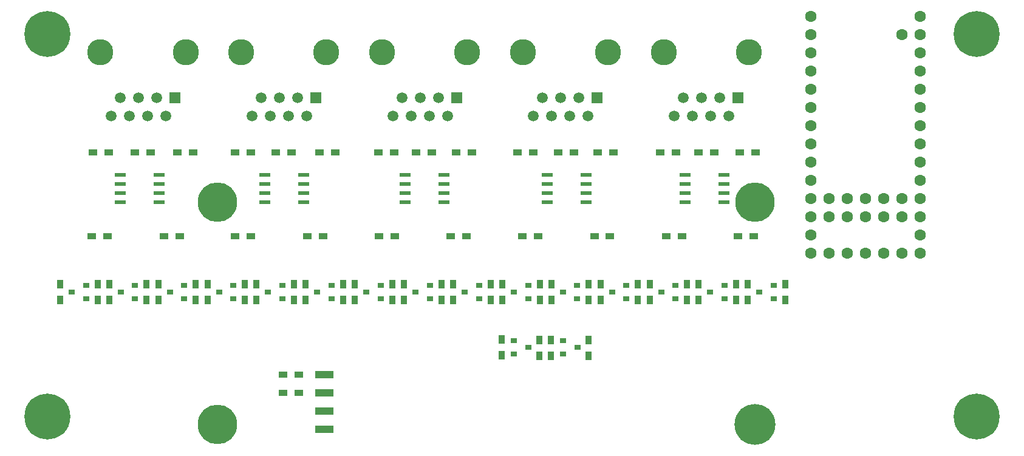
<source format=gbr>
%TF.GenerationSoftware,KiCad,Pcbnew,(5.1.8)-1*%
%TF.CreationDate,2022-08-22T14:52:20-04:00*%
%TF.ProjectId,SerialParser,53657269-616c-4506-9172-7365722e6b69,rev?*%
%TF.SameCoordinates,Original*%
%TF.FileFunction,Soldermask,Top*%
%TF.FilePolarity,Negative*%
%FSLAX46Y46*%
G04 Gerber Fmt 4.6, Leading zero omitted, Abs format (unit mm)*
G04 Created by KiCad (PCBNEW (5.1.8)-1) date 2022-08-22 14:52:20*
%MOMM*%
%LPD*%
G01*
G04 APERTURE LIST*
%ADD10C,5.700000*%
%ADD11R,0.900000X0.800000*%
%ADD12C,1.600000*%
%ADD13R,0.900000X1.200000*%
%ADD14R,1.200000X0.900000*%
%ADD15R,2.500000X1.000000*%
%ADD16C,5.500000*%
%ADD17C,3.650000*%
%ADD18R,1.500000X1.500000*%
%ADD19C,1.500000*%
%ADD20C,6.400000*%
%ADD21C,0.800000*%
%ADD22R,1.550000X0.600000*%
G04 APERTURE END LIST*
D10*
%TO.C,H8*%
X200279000Y-134493000D03*
%TD*%
D11*
%TO.C,Q17*%
X196011160Y-116949000D03*
X196011160Y-115049000D03*
X194011160Y-115999000D03*
%TD*%
%TO.C,Q16*%
X175467574Y-116949000D03*
X175467574Y-115049000D03*
X173467574Y-115999000D03*
%TD*%
%TO.C,Q15*%
X202859022Y-116949000D03*
X202859022Y-115049000D03*
X200859022Y-115999000D03*
%TD*%
%TO.C,Q14*%
X182315436Y-116949000D03*
X182315436Y-115049000D03*
X180315436Y-115999000D03*
%TD*%
%TO.C,Q13*%
X189163298Y-116949000D03*
X189163298Y-115049000D03*
X187163298Y-115999000D03*
%TD*%
%TO.C,Q12*%
X168619712Y-116949000D03*
X168619712Y-115049000D03*
X166619712Y-115999000D03*
%TD*%
%TO.C,Q11*%
X134380402Y-116949000D03*
X134380402Y-115049000D03*
X132380402Y-115999000D03*
%TD*%
%TO.C,Q10*%
X154923988Y-116949000D03*
X154923988Y-115049000D03*
X152923988Y-115999000D03*
%TD*%
%TO.C,Q9*%
X141228264Y-116949000D03*
X141228264Y-115049000D03*
X139228264Y-115999000D03*
%TD*%
%TO.C,Q8*%
X161771850Y-116949000D03*
X161771850Y-115049000D03*
X159771850Y-115999000D03*
%TD*%
%TO.C,Q7*%
X127532540Y-116949000D03*
X127532540Y-115049000D03*
X125532540Y-115999000D03*
%TD*%
%TO.C,Q6*%
X148076126Y-116949000D03*
X148076126Y-115049000D03*
X146076126Y-115999000D03*
%TD*%
%TO.C,Q5*%
X113836816Y-116949000D03*
X113836816Y-115049000D03*
X111836816Y-115999000D03*
%TD*%
%TO.C,Q4*%
X166624000Y-122748000D03*
X166624000Y-124648000D03*
X168624000Y-123698000D03*
%TD*%
%TO.C,Q3*%
X120684678Y-116949000D03*
X120684678Y-115049000D03*
X118684678Y-115999000D03*
%TD*%
%TO.C,Q2*%
X173482000Y-122748000D03*
X173482000Y-124648000D03*
X175482000Y-123698000D03*
%TD*%
%TO.C,Q1*%
X106988954Y-116949000D03*
X106988954Y-115049000D03*
X104988954Y-115999000D03*
%TD*%
D12*
%TO.C,U1*%
X210566000Y-102997000D03*
X210566000Y-105537000D03*
X213106000Y-102997000D03*
X213106000Y-105537000D03*
X215646000Y-102997000D03*
X215646000Y-105537000D03*
X218186000Y-102997000D03*
X218186000Y-105537000D03*
X220726000Y-102997000D03*
X220726000Y-105537000D03*
X208026000Y-77597000D03*
X208026000Y-80137000D03*
X208026000Y-82677000D03*
X208026000Y-85217000D03*
X208026000Y-87757000D03*
X208026000Y-90297000D03*
X208026000Y-92837000D03*
X208026000Y-95377000D03*
X208026000Y-97917000D03*
X208026000Y-100457000D03*
X208026000Y-102997000D03*
X208026000Y-105537000D03*
X208026000Y-108077000D03*
X220726000Y-80137000D03*
X223266000Y-77597000D03*
X223266000Y-80137000D03*
X223266000Y-82677000D03*
X223266000Y-85217000D03*
X223266000Y-87757000D03*
X223266000Y-90297000D03*
X223266000Y-92837000D03*
X223266000Y-95377000D03*
X223266000Y-97917000D03*
X223266000Y-100457000D03*
X223266000Y-102997000D03*
X223266000Y-105537000D03*
X223266000Y-108077000D03*
X208026000Y-110617000D03*
X210566000Y-110617000D03*
X213106000Y-110617000D03*
X223266000Y-110617000D03*
X220726000Y-110617000D03*
X218186000Y-110617000D03*
X215646000Y-110617000D03*
%TD*%
D13*
%TO.C,R61*%
X192400206Y-117094000D03*
X192400206Y-114894000D03*
%TD*%
%TO.C,R60*%
X171856620Y-117094000D03*
X171856620Y-114894000D03*
%TD*%
%TO.C,R59*%
X197622114Y-114904000D03*
X197622114Y-117104000D03*
%TD*%
%TO.C,R58*%
X177078528Y-114904000D03*
X177078528Y-117104000D03*
%TD*%
%TO.C,R57*%
X199248068Y-117094000D03*
X199248068Y-114894000D03*
%TD*%
%TO.C,R56*%
X178704482Y-117094000D03*
X178704482Y-114894000D03*
%TD*%
%TO.C,R55*%
X204470000Y-114904000D03*
X204470000Y-117104000D03*
%TD*%
%TO.C,R54*%
X183926390Y-114904000D03*
X183926390Y-117104000D03*
%TD*%
%TO.C,R53*%
X185552344Y-117094000D03*
X185552344Y-114894000D03*
%TD*%
%TO.C,R52*%
X165008758Y-117094000D03*
X165008758Y-114894000D03*
%TD*%
%TO.C,R51*%
X190774252Y-114904000D03*
X190774252Y-117104000D03*
%TD*%
%TO.C,R50*%
X170230666Y-114904000D03*
X170230666Y-117104000D03*
%TD*%
%TO.C,R49*%
X130769448Y-117094000D03*
X130769448Y-114894000D03*
%TD*%
%TO.C,R48*%
X151313034Y-117094000D03*
X151313034Y-114894000D03*
%TD*%
%TO.C,R47*%
X135991356Y-114904000D03*
X135991356Y-117104000D03*
%TD*%
%TO.C,R46*%
X156534942Y-114904000D03*
X156534942Y-117104000D03*
%TD*%
%TO.C,R45*%
X137617310Y-117094000D03*
X137617310Y-114894000D03*
%TD*%
%TO.C,R44*%
X158160896Y-117094000D03*
X158160896Y-114894000D03*
%TD*%
%TO.C,R43*%
X142839218Y-114904000D03*
X142839218Y-117104000D03*
%TD*%
%TO.C,R42*%
X163382804Y-114904000D03*
X163382804Y-117104000D03*
%TD*%
%TO.C,R41*%
X123921586Y-117094000D03*
X123921586Y-114894000D03*
%TD*%
%TO.C,R40*%
X144465172Y-117094000D03*
X144465172Y-114894000D03*
%TD*%
%TO.C,R39*%
X129143494Y-114904000D03*
X129143494Y-117104000D03*
%TD*%
%TO.C,R38*%
X149687080Y-114904000D03*
X149687080Y-117104000D03*
%TD*%
%TO.C,R37*%
X110225862Y-117094000D03*
X110225862Y-114894000D03*
%TD*%
%TO.C,R36*%
X115447770Y-114904000D03*
X115447770Y-117104000D03*
%TD*%
%TO.C,R35*%
X170180000Y-122682000D03*
X170180000Y-124882000D03*
%TD*%
%TO.C,R34*%
X164973000Y-124798000D03*
X164973000Y-122598000D03*
%TD*%
%TO.C,R33*%
X117073724Y-117094000D03*
X117073724Y-114894000D03*
%TD*%
%TO.C,R32*%
X122295632Y-114904000D03*
X122295632Y-117104000D03*
%TD*%
%TO.C,R31*%
X177038000Y-122682000D03*
X177038000Y-124882000D03*
%TD*%
%TO.C,R30*%
X171831000Y-124882000D03*
X171831000Y-122682000D03*
%TD*%
%TO.C,R29*%
X103378000Y-117094000D03*
X103378000Y-114894000D03*
%TD*%
%TO.C,R28*%
X108599908Y-114904000D03*
X108599908Y-117104000D03*
%TD*%
D14*
%TO.C,R27*%
X136693000Y-127508000D03*
X134493000Y-127508000D03*
%TD*%
%TO.C,R26*%
X136652000Y-130048000D03*
X134452000Y-130048000D03*
%TD*%
D15*
%TO.C,J6*%
X140208000Y-135128000D03*
X140208000Y-132588000D03*
X140208000Y-130048000D03*
X140208000Y-127508000D03*
%TD*%
D16*
%TO.C,H7*%
X125349000Y-134493000D03*
%TD*%
%TO.C,H6*%
X200279000Y-103505000D03*
%TD*%
%TO.C,H5*%
X125349000Y-103505000D03*
%TD*%
D17*
%TO.C,J1*%
X109000000Y-82550000D03*
X120870000Y-82550000D03*
D18*
X119380000Y-88900000D03*
D19*
X118110000Y-91440000D03*
X116840000Y-88900000D03*
X115570000Y-91440000D03*
X114300000Y-88900000D03*
X113030000Y-91440000D03*
X111760000Y-88900000D03*
X110490000Y-91440000D03*
%TD*%
D20*
%TO.C,H4*%
X231140000Y-133350000D03*
D21*
X233540000Y-133350000D03*
X232837056Y-135047056D03*
X231140000Y-135750000D03*
X229442944Y-135047056D03*
X228740000Y-133350000D03*
X229442944Y-131652944D03*
X231140000Y-130950000D03*
X232837056Y-131652944D03*
%TD*%
D20*
%TO.C,H3*%
X101600000Y-133350000D03*
D21*
X104000000Y-133350000D03*
X103297056Y-135047056D03*
X101600000Y-135750000D03*
X99902944Y-135047056D03*
X99200000Y-133350000D03*
X99902944Y-131652944D03*
X101600000Y-130950000D03*
X103297056Y-131652944D03*
%TD*%
D20*
%TO.C,H2*%
X231140000Y-80010000D03*
D21*
X233540000Y-80010000D03*
X232837056Y-81707056D03*
X231140000Y-82410000D03*
X229442944Y-81707056D03*
X228740000Y-80010000D03*
X229442944Y-78312944D03*
X231140000Y-77610000D03*
X232837056Y-78312944D03*
%TD*%
D20*
%TO.C,H1*%
X101600000Y-80010000D03*
D21*
X104000000Y-80010000D03*
X103297056Y-81707056D03*
X101600000Y-82410000D03*
X99902944Y-81707056D03*
X99200000Y-80010000D03*
X99902944Y-78312944D03*
X101600000Y-77610000D03*
X103297056Y-78312944D03*
%TD*%
D22*
%TO.C,U6*%
X190500000Y-99695000D03*
X190500000Y-100965000D03*
X190500000Y-102235000D03*
X190500000Y-103505000D03*
X195900000Y-103505000D03*
X195900000Y-102235000D03*
X195900000Y-100965000D03*
X195900000Y-99695000D03*
%TD*%
%TO.C,U5*%
X171290000Y-99695000D03*
X171290000Y-100965000D03*
X171290000Y-102235000D03*
X171290000Y-103505000D03*
X176690000Y-103505000D03*
X176690000Y-102235000D03*
X176690000Y-100965000D03*
X176690000Y-99695000D03*
%TD*%
%TO.C,U4*%
X151478000Y-99695000D03*
X151478000Y-100965000D03*
X151478000Y-102235000D03*
X151478000Y-103505000D03*
X156878000Y-103505000D03*
X156878000Y-102235000D03*
X156878000Y-100965000D03*
X156878000Y-99695000D03*
%TD*%
%TO.C,U3*%
X131920000Y-99695000D03*
X131920000Y-100965000D03*
X131920000Y-102235000D03*
X131920000Y-103505000D03*
X137320000Y-103505000D03*
X137320000Y-102235000D03*
X137320000Y-100965000D03*
X137320000Y-99695000D03*
%TD*%
D14*
%TO.C,R25*%
X189230000Y-96520000D03*
X187030000Y-96520000D03*
%TD*%
%TO.C,R24*%
X194564000Y-96520000D03*
X192364000Y-96520000D03*
%TD*%
%TO.C,R23*%
X200320000Y-96520000D03*
X198120000Y-96520000D03*
%TD*%
%TO.C,R22*%
X169332000Y-96520000D03*
X167132000Y-96520000D03*
%TD*%
%TO.C,R21*%
X175006000Y-96520000D03*
X172806000Y-96520000D03*
%TD*%
%TO.C,R20*%
X180508000Y-96520000D03*
X178308000Y-96520000D03*
%TD*%
%TO.C,R19*%
X197866000Y-108204000D03*
X200066000Y-108204000D03*
%TD*%
%TO.C,R18*%
X187856664Y-108204000D03*
X190056664Y-108204000D03*
%TD*%
%TO.C,R17*%
X177847331Y-108204000D03*
X180047331Y-108204000D03*
%TD*%
%TO.C,R16*%
X167837998Y-108204000D03*
X170037998Y-108204000D03*
%TD*%
%TO.C,R15*%
X149944000Y-96520000D03*
X147744000Y-96520000D03*
%TD*%
%TO.C,R14*%
X155194000Y-96520000D03*
X152994000Y-96520000D03*
%TD*%
%TO.C,R13*%
X160782000Y-96520000D03*
X158582000Y-96520000D03*
%TD*%
%TO.C,R12*%
X129962000Y-96520000D03*
X127762000Y-96520000D03*
%TD*%
%TO.C,R11*%
X135636000Y-96520000D03*
X133436000Y-96520000D03*
%TD*%
%TO.C,R10*%
X141732000Y-96520000D03*
X139532000Y-96520000D03*
%TD*%
%TO.C,R9*%
X157828665Y-108204000D03*
X160028665Y-108204000D03*
%TD*%
%TO.C,R8*%
X147819332Y-108204000D03*
X150019332Y-108204000D03*
%TD*%
%TO.C,R7*%
X137809999Y-108204000D03*
X140009999Y-108204000D03*
%TD*%
%TO.C,R6*%
X127800666Y-108204000D03*
X130000666Y-108204000D03*
%TD*%
D17*
%TO.C,J5*%
X187520000Y-82550000D03*
X199390000Y-82550000D03*
D18*
X197900000Y-88900000D03*
D19*
X196630000Y-91440000D03*
X195360000Y-88900000D03*
X194090000Y-91440000D03*
X192820000Y-88900000D03*
X191550000Y-91440000D03*
X190280000Y-88900000D03*
X189010000Y-91440000D03*
%TD*%
D17*
%TO.C,J4*%
X167890000Y-82550000D03*
X179760000Y-82550000D03*
D18*
X178270000Y-88900000D03*
D19*
X177000000Y-91440000D03*
X175730000Y-88900000D03*
X174460000Y-91440000D03*
X173190000Y-88900000D03*
X171920000Y-91440000D03*
X170650000Y-88900000D03*
X169380000Y-91440000D03*
%TD*%
D17*
%TO.C,J3*%
X148260000Y-82550000D03*
X160130000Y-82550000D03*
D18*
X158640000Y-88900000D03*
D19*
X157370000Y-91440000D03*
X156100000Y-88900000D03*
X154830000Y-91440000D03*
X153560000Y-88900000D03*
X152290000Y-91440000D03*
X151020000Y-88900000D03*
X149750000Y-91440000D03*
%TD*%
D17*
%TO.C,J2*%
X128630000Y-82550000D03*
X140500000Y-82550000D03*
D18*
X139010000Y-88900000D03*
D19*
X137740000Y-91440000D03*
X136470000Y-88900000D03*
X135200000Y-91440000D03*
X133930000Y-88900000D03*
X132660000Y-91440000D03*
X131390000Y-88900000D03*
X130120000Y-91440000D03*
%TD*%
D22*
%TO.C,U2*%
X111760000Y-99695000D03*
X111760000Y-100965000D03*
X111760000Y-102235000D03*
X111760000Y-103505000D03*
X117160000Y-103505000D03*
X117160000Y-102235000D03*
X117160000Y-100965000D03*
X117160000Y-99695000D03*
%TD*%
D14*
%TO.C,R5*%
X110150000Y-96520000D03*
X107950000Y-96520000D03*
%TD*%
%TO.C,R4*%
X115992000Y-96520000D03*
X113792000Y-96520000D03*
%TD*%
%TO.C,R3*%
X121920000Y-96520000D03*
X119720000Y-96520000D03*
%TD*%
%TO.C,R2*%
X117856000Y-108204000D03*
X120056000Y-108204000D03*
%TD*%
%TO.C,R1*%
X107782000Y-108204000D03*
X109982000Y-108204000D03*
%TD*%
M02*

</source>
